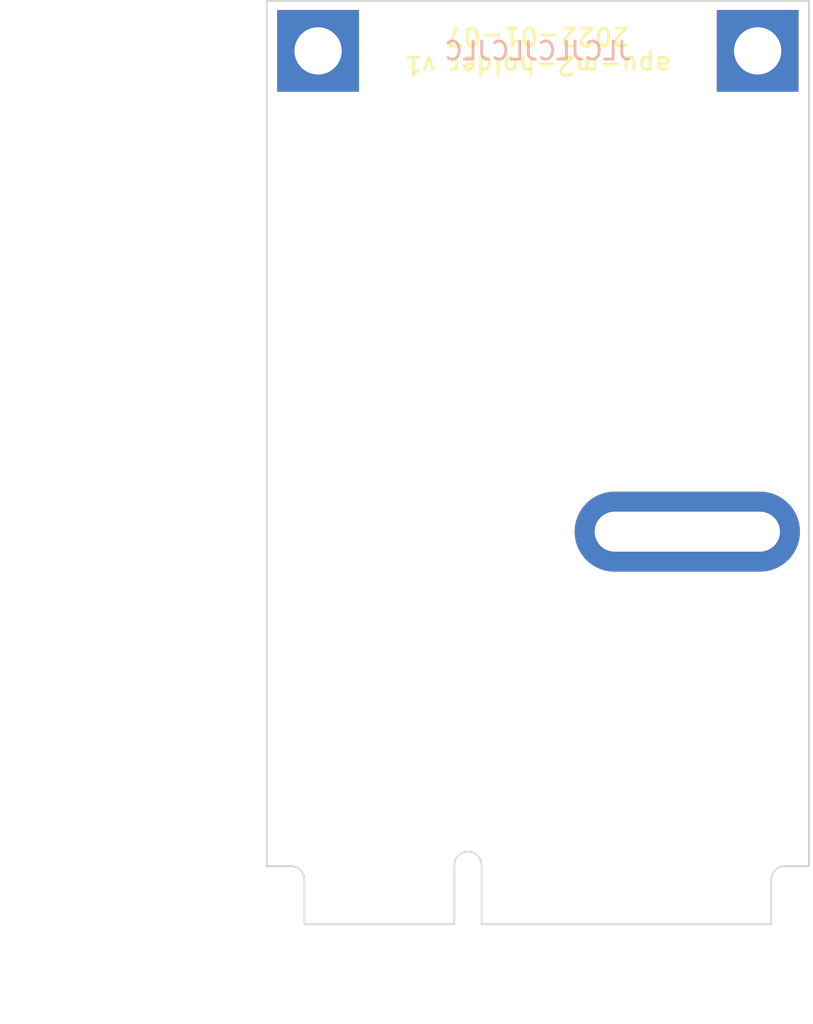
<source format=kicad_pcb>
(kicad_pcb (version 20211014) (generator pcbnew)
  (layers (0 "F.Cu" signal) (31 "B.Cu" signal) (34 "B.Paste" user) (35 "F.Paste" user) (36 "B.SilkS" user "B.Silkscreen") (37 "F.SilkS" user "F.Silkscreen") (38 "B.Mask" user) (39 "F.Mask" user) (44 "Edge.Cuts" user))
  (net 0 "")
  (footprint "MountingHole:MountingHole_2.2mm_M2_Pad" (layer "F.Cu") (at 123.15 81.6)
    (fp_text reference "H1" hide)
    (fp_text value "MountingHole_Pad")
    (pad "1" thru_hole oval locked (at 0 0) (size 12.4 4.4) (drill oval 10.2 2.2) (layers *.Cu *.Mask))
  )
  (footprint "local:mPCIe_Edge" (layer "F.Cu") (at 111.075 99.2)
    (fp_text reference "J1" hide)
    (fp_text value "Bus_PCI_Express_Mini")
    (fp_line (start 18.775 0.8) (end 18.775 -46.8) (layer "Edge.Cuts") (width 0.1))
    (fp_line (start -0.75 4) (end -9 4) (layer "Edge.Cuts") (width 0.1))
    (fp_line (start -11.075 0.8) (end -9.75 0.8) (layer "Edge.Cuts") (width 0.1))
    (fp_line (start -9 4) (end -9 1.55) (layer "Edge.Cuts") (width 0.1))
    (fp_line (start 17.45 0.8) (end 18.775 0.8) (layer "Edge.Cuts") (width 0.1))
    (fp_line (start -11.075 0.8) (end -11.075 -46.8) (layer "Edge.Cuts") (width 0.1))
    (fp_line (start 16.7 4) (end 16.7 1.55) (layer "Edge.Cuts") (width 0.1))
    (fp_line (start 0.75 4) (end 16.7 4) (layer "Edge.Cuts") (width 0.1))
    (fp_line (start -0.75 0.75) (end -0.75 4) (layer "Edge.Cuts") (width 0.1))
    (fp_line (start 0.75 0.75) (end 0.75 4) (layer "Edge.Cuts") (width 0.1))
    (fp_line (start -11.075 -46.8) (end 18.775 -46.8) (layer "Edge.Cuts") (width 0.1))
    (fp_arc (start -9.75 0.8) (mid -9.21967 1.01967) (end -9 1.55) (layer "Edge.Cuts") (width 0.1))
    (fp_arc (start 16.7 1.55) (mid 16.91967 1.01967) (end 17.45 0.8) (layer "Edge.Cuts") (width 0.1))
    (fp_arc (start -0.75 0.75) (mid 0 0) (end 0.75 0.75) (layer "Edge.Cuts") (width 0.1))
    (pad "MH" thru_hole rect (at -8.25 -44.05) (size 4.5 4.5) (drill 2.6) (layers *.Cu *.Mask))
    (pad "MH" thru_hole rect (at 15.95 -44.05) (size 4.5 4.5) (drill 2.6) (layers *.Cu *.Mask))
  )
  (gr_text "JLCJLCJLCJLC" (at 114.925 55.15) (layer "B.SilkS") (effects (font (size 1 1)) (justify mirror)))
  (gr_text "apu-m2-holder v1\n2022-01-07" (at 114.925 55.15 180) (layer "F.SilkS") (effects (font (size 1 1))))
)
</source>
